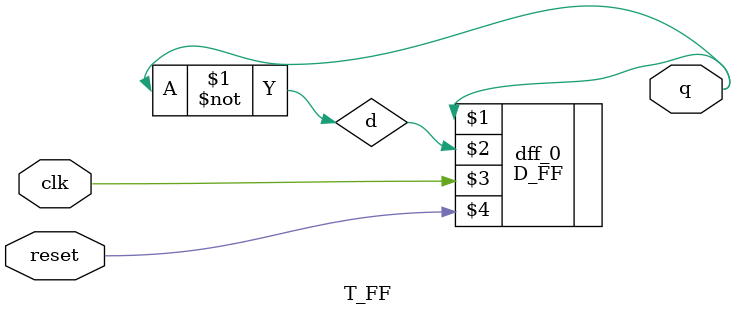
<source format=v>
`timescale 1ns / 1ps
`include "D_FF.v"
module T_FF(q,clk,reset);

output q;
input clk, reset;
wire d;

D_FF dff_0 (q,d,clk,reset);
not n1(d,q);

endmodule

</source>
